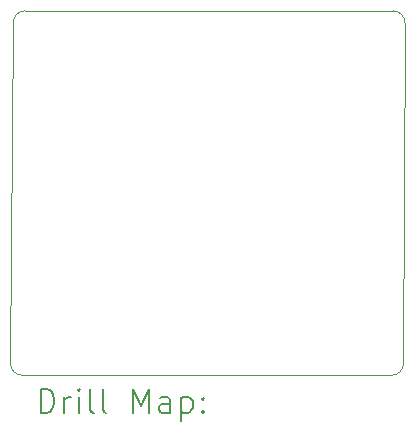
<source format=gbr>
%TF.GenerationSoftware,KiCad,Pcbnew,7.0.6*%
%TF.CreationDate,2024-02-28T21:28:38-05:00*%
%TF.ProjectId,Magnetic,4d61676e-6574-4696-932e-6b696361645f,rev?*%
%TF.SameCoordinates,Original*%
%TF.FileFunction,Drillmap*%
%TF.FilePolarity,Positive*%
%FSLAX45Y45*%
G04 Gerber Fmt 4.5, Leading zero omitted, Abs format (unit mm)*
G04 Created by KiCad (PCBNEW 7.0.6) date 2024-02-28 21:28:38*
%MOMM*%
%LPD*%
G01*
G04 APERTURE LIST*
%ADD10C,0.100000*%
%ADD11C,0.200000*%
G04 APERTURE END LIST*
D10*
X13591011Y-6934201D02*
G75*
G03*
X13691010Y-6834611I-1J100001D01*
G01*
X13702887Y-3948511D02*
X13691010Y-6834611D01*
X13702889Y-3948511D02*
G75*
G03*
X13602888Y-3848100I-99999J412D01*
G01*
X10364030Y-6833377D02*
X10387784Y-3947277D01*
X10487780Y-3848100D02*
X13602888Y-3848100D01*
X13591011Y-6934200D02*
X10464026Y-6934200D01*
X10487780Y-3848100D02*
G75*
G03*
X10387784Y-3947277I0J-100000D01*
G01*
X10364023Y-6833377D02*
G75*
G03*
X10464026Y-6934200I100007J-813D01*
G01*
D11*
X10619797Y-7250684D02*
X10619797Y-7050684D01*
X10619797Y-7050684D02*
X10667416Y-7050684D01*
X10667416Y-7050684D02*
X10695987Y-7060208D01*
X10695987Y-7060208D02*
X10715035Y-7079255D01*
X10715035Y-7079255D02*
X10724559Y-7098303D01*
X10724559Y-7098303D02*
X10734083Y-7136398D01*
X10734083Y-7136398D02*
X10734083Y-7164969D01*
X10734083Y-7164969D02*
X10724559Y-7203065D01*
X10724559Y-7203065D02*
X10715035Y-7222112D01*
X10715035Y-7222112D02*
X10695987Y-7241160D01*
X10695987Y-7241160D02*
X10667416Y-7250684D01*
X10667416Y-7250684D02*
X10619797Y-7250684D01*
X10819797Y-7250684D02*
X10819797Y-7117350D01*
X10819797Y-7155446D02*
X10829321Y-7136398D01*
X10829321Y-7136398D02*
X10838844Y-7126874D01*
X10838844Y-7126874D02*
X10857892Y-7117350D01*
X10857892Y-7117350D02*
X10876940Y-7117350D01*
X10943606Y-7250684D02*
X10943606Y-7117350D01*
X10943606Y-7050684D02*
X10934083Y-7060208D01*
X10934083Y-7060208D02*
X10943606Y-7069731D01*
X10943606Y-7069731D02*
X10953130Y-7060208D01*
X10953130Y-7060208D02*
X10943606Y-7050684D01*
X10943606Y-7050684D02*
X10943606Y-7069731D01*
X11067416Y-7250684D02*
X11048368Y-7241160D01*
X11048368Y-7241160D02*
X11038844Y-7222112D01*
X11038844Y-7222112D02*
X11038844Y-7050684D01*
X11172178Y-7250684D02*
X11153130Y-7241160D01*
X11153130Y-7241160D02*
X11143606Y-7222112D01*
X11143606Y-7222112D02*
X11143606Y-7050684D01*
X11400749Y-7250684D02*
X11400749Y-7050684D01*
X11400749Y-7050684D02*
X11467416Y-7193541D01*
X11467416Y-7193541D02*
X11534082Y-7050684D01*
X11534082Y-7050684D02*
X11534082Y-7250684D01*
X11715035Y-7250684D02*
X11715035Y-7145922D01*
X11715035Y-7145922D02*
X11705511Y-7126874D01*
X11705511Y-7126874D02*
X11686463Y-7117350D01*
X11686463Y-7117350D02*
X11648368Y-7117350D01*
X11648368Y-7117350D02*
X11629321Y-7126874D01*
X11715035Y-7241160D02*
X11695987Y-7250684D01*
X11695987Y-7250684D02*
X11648368Y-7250684D01*
X11648368Y-7250684D02*
X11629321Y-7241160D01*
X11629321Y-7241160D02*
X11619797Y-7222112D01*
X11619797Y-7222112D02*
X11619797Y-7203065D01*
X11619797Y-7203065D02*
X11629321Y-7184017D01*
X11629321Y-7184017D02*
X11648368Y-7174493D01*
X11648368Y-7174493D02*
X11695987Y-7174493D01*
X11695987Y-7174493D02*
X11715035Y-7164969D01*
X11810273Y-7117350D02*
X11810273Y-7317350D01*
X11810273Y-7126874D02*
X11829321Y-7117350D01*
X11829321Y-7117350D02*
X11867416Y-7117350D01*
X11867416Y-7117350D02*
X11886463Y-7126874D01*
X11886463Y-7126874D02*
X11895987Y-7136398D01*
X11895987Y-7136398D02*
X11905511Y-7155446D01*
X11905511Y-7155446D02*
X11905511Y-7212588D01*
X11905511Y-7212588D02*
X11895987Y-7231636D01*
X11895987Y-7231636D02*
X11886463Y-7241160D01*
X11886463Y-7241160D02*
X11867416Y-7250684D01*
X11867416Y-7250684D02*
X11829321Y-7250684D01*
X11829321Y-7250684D02*
X11810273Y-7241160D01*
X11991225Y-7231636D02*
X12000749Y-7241160D01*
X12000749Y-7241160D02*
X11991225Y-7250684D01*
X11991225Y-7250684D02*
X11981702Y-7241160D01*
X11981702Y-7241160D02*
X11991225Y-7231636D01*
X11991225Y-7231636D02*
X11991225Y-7250684D01*
X11991225Y-7126874D02*
X12000749Y-7136398D01*
X12000749Y-7136398D02*
X11991225Y-7145922D01*
X11991225Y-7145922D02*
X11981702Y-7136398D01*
X11981702Y-7136398D02*
X11991225Y-7126874D01*
X11991225Y-7126874D02*
X11991225Y-7145922D01*
M02*

</source>
